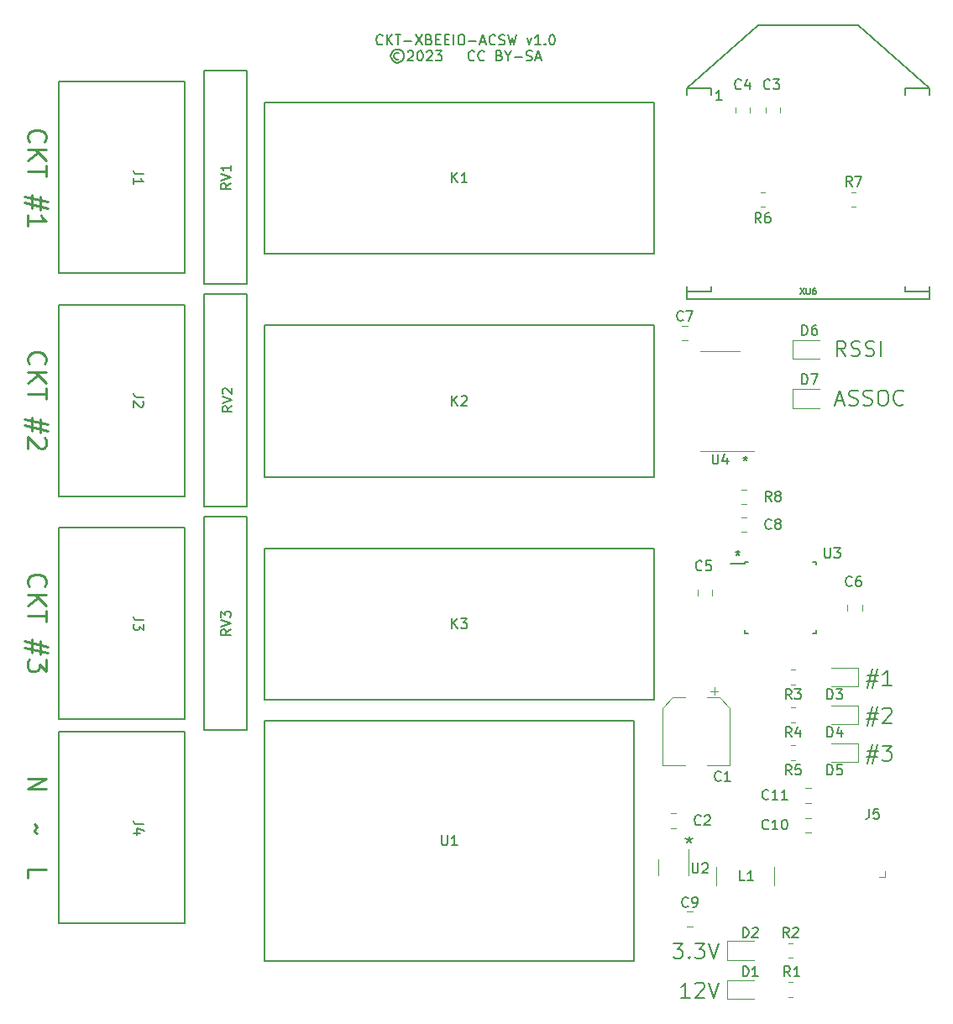
<source format=gto>
G04 #@! TF.GenerationSoftware,KiCad,Pcbnew,6.0.2+dfsg-1*
G04 #@! TF.CreationDate,2023-09-16T21:21:40-06:00*
G04 #@! TF.ProjectId,ckt-xbeeio-acsw,636b742d-7862-4656-9569-6f2d61637377,rev?*
G04 #@! TF.SameCoordinates,Original*
G04 #@! TF.FileFunction,Legend,Top*
G04 #@! TF.FilePolarity,Positive*
%FSLAX46Y46*%
G04 Gerber Fmt 4.6, Leading zero omitted, Abs format (unit mm)*
G04 Created by KiCad (PCBNEW 6.0.2+dfsg-1) date 2023-09-16 21:21:40*
%MOMM*%
%LPD*%
G01*
G04 APERTURE LIST*
%ADD10C,0.254000*%
%ADD11C,0.177800*%
%ADD12C,0.150000*%
%ADD13C,0.127000*%
%ADD14C,0.152400*%
%ADD15C,0.120000*%
%ADD16C,0.203200*%
G04 APERTURE END LIST*
D10*
X32847642Y-122564071D02*
X32756928Y-122473357D01*
X32666214Y-122201214D01*
X32666214Y-122019785D01*
X32756928Y-121747642D01*
X32938357Y-121566214D01*
X33119785Y-121475500D01*
X33482642Y-121384785D01*
X33754785Y-121384785D01*
X34117642Y-121475500D01*
X34299071Y-121566214D01*
X34480500Y-121747642D01*
X34571214Y-122019785D01*
X34571214Y-122201214D01*
X34480500Y-122473357D01*
X34389785Y-122564071D01*
X32666214Y-123380500D02*
X34571214Y-123380500D01*
X32666214Y-124469071D02*
X33754785Y-123652642D01*
X34571214Y-124469071D02*
X33482642Y-123380500D01*
X34571214Y-125013357D02*
X34571214Y-126101928D01*
X32666214Y-125557642D02*
X34571214Y-125557642D01*
X33936214Y-128097642D02*
X33936214Y-129458357D01*
X34752642Y-128641928D02*
X32303357Y-128097642D01*
X33119785Y-129276928D02*
X33119785Y-127916214D01*
X32303357Y-128732642D02*
X34752642Y-129276928D01*
X34571214Y-129911928D02*
X34571214Y-131091214D01*
X33845500Y-130456214D01*
X33845500Y-130728357D01*
X33754785Y-130909785D01*
X33664071Y-131000500D01*
X33482642Y-131091214D01*
X33029071Y-131091214D01*
X32847642Y-131000500D01*
X32756928Y-130909785D01*
X32666214Y-130728357D01*
X32666214Y-130184071D01*
X32756928Y-130002642D01*
X32847642Y-129911928D01*
D11*
X114197855Y-103886000D02*
X114923570Y-103886000D01*
X114052712Y-104321428D02*
X114560712Y-102797428D01*
X115068712Y-104321428D01*
X115504141Y-104248857D02*
X115721855Y-104321428D01*
X116084712Y-104321428D01*
X116229855Y-104248857D01*
X116302427Y-104176285D01*
X116374998Y-104031142D01*
X116374998Y-103886000D01*
X116302427Y-103740857D01*
X116229855Y-103668285D01*
X116084712Y-103595714D01*
X115794427Y-103523142D01*
X115649284Y-103450571D01*
X115576712Y-103378000D01*
X115504141Y-103232857D01*
X115504141Y-103087714D01*
X115576712Y-102942571D01*
X115649284Y-102870000D01*
X115794427Y-102797428D01*
X116157284Y-102797428D01*
X116374998Y-102870000D01*
X116955570Y-104248857D02*
X117173284Y-104321428D01*
X117536141Y-104321428D01*
X117681284Y-104248857D01*
X117753855Y-104176285D01*
X117826427Y-104031142D01*
X117826427Y-103886000D01*
X117753855Y-103740857D01*
X117681284Y-103668285D01*
X117536141Y-103595714D01*
X117245855Y-103523142D01*
X117100712Y-103450571D01*
X117028141Y-103378000D01*
X116955570Y-103232857D01*
X116955570Y-103087714D01*
X117028141Y-102942571D01*
X117100712Y-102870000D01*
X117245855Y-102797428D01*
X117608712Y-102797428D01*
X117826427Y-102870000D01*
X118769855Y-102797428D02*
X119060141Y-102797428D01*
X119205284Y-102870000D01*
X119350427Y-103015142D01*
X119422998Y-103305428D01*
X119422998Y-103813428D01*
X119350427Y-104103714D01*
X119205284Y-104248857D01*
X119060141Y-104321428D01*
X118769855Y-104321428D01*
X118624712Y-104248857D01*
X118479570Y-104103714D01*
X118406998Y-103813428D01*
X118406998Y-103305428D01*
X118479570Y-103015142D01*
X118624712Y-102870000D01*
X118769855Y-102797428D01*
X120946998Y-104176285D02*
X120874427Y-104248857D01*
X120656712Y-104321428D01*
X120511570Y-104321428D01*
X120293855Y-104248857D01*
X120148712Y-104103714D01*
X120076141Y-103958571D01*
X120003570Y-103668285D01*
X120003570Y-103450571D01*
X120076141Y-103160285D01*
X120148712Y-103015142D01*
X120293855Y-102870000D01*
X120511570Y-102797428D01*
X120656712Y-102797428D01*
X120874427Y-102870000D01*
X120946998Y-102942571D01*
X99375141Y-147755428D02*
X99375141Y-148118285D01*
X99012284Y-147973142D02*
X99375141Y-148118285D01*
X99737998Y-147973142D01*
X99157427Y-148408571D02*
X99375141Y-148118285D01*
X99592855Y-148408571D01*
D10*
X32666214Y-141913428D02*
X34571214Y-141913428D01*
X32666214Y-143002000D01*
X34571214Y-143002000D01*
X33391928Y-146539857D02*
X33482642Y-146630571D01*
X33573357Y-146812000D01*
X33391928Y-147174857D01*
X33482642Y-147356285D01*
X33573357Y-147447000D01*
X32666214Y-151982714D02*
X32666214Y-151075571D01*
X34571214Y-151075571D01*
D11*
X115141284Y-99368428D02*
X114633284Y-98642714D01*
X114270427Y-99368428D02*
X114270427Y-97844428D01*
X114850998Y-97844428D01*
X114996141Y-97917000D01*
X115068712Y-97989571D01*
X115141284Y-98134714D01*
X115141284Y-98352428D01*
X115068712Y-98497571D01*
X114996141Y-98570142D01*
X114850998Y-98642714D01*
X114270427Y-98642714D01*
X115721855Y-99295857D02*
X115939570Y-99368428D01*
X116302427Y-99368428D01*
X116447570Y-99295857D01*
X116520141Y-99223285D01*
X116592712Y-99078142D01*
X116592712Y-98933000D01*
X116520141Y-98787857D01*
X116447570Y-98715285D01*
X116302427Y-98642714D01*
X116012141Y-98570142D01*
X115866998Y-98497571D01*
X115794427Y-98425000D01*
X115721855Y-98279857D01*
X115721855Y-98134714D01*
X115794427Y-97989571D01*
X115866998Y-97917000D01*
X116012141Y-97844428D01*
X116374998Y-97844428D01*
X116592712Y-97917000D01*
X117173284Y-99295857D02*
X117390998Y-99368428D01*
X117753855Y-99368428D01*
X117898998Y-99295857D01*
X117971570Y-99223285D01*
X118044141Y-99078142D01*
X118044141Y-98933000D01*
X117971570Y-98787857D01*
X117898998Y-98715285D01*
X117753855Y-98642714D01*
X117463570Y-98570142D01*
X117318427Y-98497571D01*
X117245855Y-98425000D01*
X117173284Y-98279857D01*
X117173284Y-98134714D01*
X117245855Y-97989571D01*
X117318427Y-97917000D01*
X117463570Y-97844428D01*
X117826427Y-97844428D01*
X118044141Y-97917000D01*
X118697284Y-99368428D02*
X118697284Y-97844428D01*
D10*
X32847642Y-77733071D02*
X32756928Y-77642357D01*
X32666214Y-77370214D01*
X32666214Y-77188785D01*
X32756928Y-76916642D01*
X32938357Y-76735214D01*
X33119785Y-76644500D01*
X33482642Y-76553785D01*
X33754785Y-76553785D01*
X34117642Y-76644500D01*
X34299071Y-76735214D01*
X34480500Y-76916642D01*
X34571214Y-77188785D01*
X34571214Y-77370214D01*
X34480500Y-77642357D01*
X34389785Y-77733071D01*
X32666214Y-78549500D02*
X34571214Y-78549500D01*
X32666214Y-79638071D02*
X33754785Y-78821642D01*
X34571214Y-79638071D02*
X33482642Y-78549500D01*
X34571214Y-80182357D02*
X34571214Y-81270928D01*
X32666214Y-80726642D02*
X34571214Y-80726642D01*
X33936214Y-83266642D02*
X33936214Y-84627357D01*
X34752642Y-83810928D02*
X32303357Y-83266642D01*
X33119785Y-84445928D02*
X33119785Y-83085214D01*
X32303357Y-83901642D02*
X34752642Y-84445928D01*
X32666214Y-86260214D02*
X32666214Y-85171642D01*
X32666214Y-85715928D02*
X34571214Y-85715928D01*
X34299071Y-85534500D01*
X34117642Y-85353071D01*
X34026928Y-85171642D01*
D11*
X117385355Y-135309428D02*
X118473927Y-135309428D01*
X117820784Y-134656285D02*
X117385355Y-136615714D01*
X118328784Y-135962571D02*
X117240212Y-135962571D01*
X117893355Y-136615714D02*
X118328784Y-134656285D01*
X118909355Y-134946571D02*
X118981927Y-134874000D01*
X119127070Y-134801428D01*
X119489927Y-134801428D01*
X119635070Y-134874000D01*
X119707641Y-134946571D01*
X119780212Y-135091714D01*
X119780212Y-135236857D01*
X119707641Y-135454571D01*
X118836784Y-136325428D01*
X119780212Y-136325428D01*
D12*
X68454047Y-67878142D02*
X68406428Y-67925761D01*
X68263571Y-67973380D01*
X68168333Y-67973380D01*
X68025476Y-67925761D01*
X67930238Y-67830523D01*
X67882619Y-67735285D01*
X67835000Y-67544809D01*
X67835000Y-67401952D01*
X67882619Y-67211476D01*
X67930238Y-67116238D01*
X68025476Y-67021000D01*
X68168333Y-66973380D01*
X68263571Y-66973380D01*
X68406428Y-67021000D01*
X68454047Y-67068619D01*
X68882619Y-67973380D02*
X68882619Y-66973380D01*
X69454047Y-67973380D02*
X69025476Y-67401952D01*
X69454047Y-66973380D02*
X68882619Y-67544809D01*
X69739761Y-66973380D02*
X70311190Y-66973380D01*
X70025476Y-67973380D02*
X70025476Y-66973380D01*
X70644523Y-67592428D02*
X71406428Y-67592428D01*
X71787380Y-66973380D02*
X72454047Y-67973380D01*
X72454047Y-66973380D02*
X71787380Y-67973380D01*
X73168333Y-67449571D02*
X73311190Y-67497190D01*
X73358809Y-67544809D01*
X73406428Y-67640047D01*
X73406428Y-67782904D01*
X73358809Y-67878142D01*
X73311190Y-67925761D01*
X73215952Y-67973380D01*
X72835000Y-67973380D01*
X72835000Y-66973380D01*
X73168333Y-66973380D01*
X73263571Y-67021000D01*
X73311190Y-67068619D01*
X73358809Y-67163857D01*
X73358809Y-67259095D01*
X73311190Y-67354333D01*
X73263571Y-67401952D01*
X73168333Y-67449571D01*
X72835000Y-67449571D01*
X73835000Y-67449571D02*
X74168333Y-67449571D01*
X74311190Y-67973380D02*
X73835000Y-67973380D01*
X73835000Y-66973380D01*
X74311190Y-66973380D01*
X74739761Y-67449571D02*
X75073095Y-67449571D01*
X75215952Y-67973380D02*
X74739761Y-67973380D01*
X74739761Y-66973380D01*
X75215952Y-66973380D01*
X75644523Y-67973380D02*
X75644523Y-66973380D01*
X76311190Y-66973380D02*
X76501666Y-66973380D01*
X76596904Y-67021000D01*
X76692142Y-67116238D01*
X76739761Y-67306714D01*
X76739761Y-67640047D01*
X76692142Y-67830523D01*
X76596904Y-67925761D01*
X76501666Y-67973380D01*
X76311190Y-67973380D01*
X76215952Y-67925761D01*
X76120714Y-67830523D01*
X76073095Y-67640047D01*
X76073095Y-67306714D01*
X76120714Y-67116238D01*
X76215952Y-67021000D01*
X76311190Y-66973380D01*
X77168333Y-67592428D02*
X77930238Y-67592428D01*
X78358809Y-67687666D02*
X78835000Y-67687666D01*
X78263571Y-67973380D02*
X78596904Y-66973380D01*
X78930238Y-67973380D01*
X79835000Y-67878142D02*
X79787380Y-67925761D01*
X79644523Y-67973380D01*
X79549285Y-67973380D01*
X79406428Y-67925761D01*
X79311190Y-67830523D01*
X79263571Y-67735285D01*
X79215952Y-67544809D01*
X79215952Y-67401952D01*
X79263571Y-67211476D01*
X79311190Y-67116238D01*
X79406428Y-67021000D01*
X79549285Y-66973380D01*
X79644523Y-66973380D01*
X79787380Y-67021000D01*
X79835000Y-67068619D01*
X80215952Y-67925761D02*
X80358809Y-67973380D01*
X80596904Y-67973380D01*
X80692142Y-67925761D01*
X80739761Y-67878142D01*
X80787380Y-67782904D01*
X80787380Y-67687666D01*
X80739761Y-67592428D01*
X80692142Y-67544809D01*
X80596904Y-67497190D01*
X80406428Y-67449571D01*
X80311190Y-67401952D01*
X80263571Y-67354333D01*
X80215952Y-67259095D01*
X80215952Y-67163857D01*
X80263571Y-67068619D01*
X80311190Y-67021000D01*
X80406428Y-66973380D01*
X80644523Y-66973380D01*
X80787380Y-67021000D01*
X81120714Y-66973380D02*
X81358809Y-67973380D01*
X81549285Y-67259095D01*
X81739761Y-67973380D01*
X81977857Y-66973380D01*
X83025476Y-67306714D02*
X83263571Y-67973380D01*
X83501666Y-67306714D01*
X84406428Y-67973380D02*
X83835000Y-67973380D01*
X84120714Y-67973380D02*
X84120714Y-66973380D01*
X84025476Y-67116238D01*
X83930238Y-67211476D01*
X83835000Y-67259095D01*
X84835000Y-67878142D02*
X84882619Y-67925761D01*
X84835000Y-67973380D01*
X84787380Y-67925761D01*
X84835000Y-67878142D01*
X84835000Y-67973380D01*
X85501666Y-66973380D02*
X85596904Y-66973380D01*
X85692142Y-67021000D01*
X85739761Y-67068619D01*
X85787380Y-67163857D01*
X85835000Y-67354333D01*
X85835000Y-67592428D01*
X85787380Y-67782904D01*
X85739761Y-67878142D01*
X85692142Y-67925761D01*
X85596904Y-67973380D01*
X85501666Y-67973380D01*
X85406428Y-67925761D01*
X85358809Y-67878142D01*
X85311190Y-67782904D01*
X85263571Y-67592428D01*
X85263571Y-67354333D01*
X85311190Y-67163857D01*
X85358809Y-67068619D01*
X85406428Y-67021000D01*
X85501666Y-66973380D01*
X70144523Y-68821476D02*
X70049285Y-68773857D01*
X69858809Y-68773857D01*
X69763571Y-68821476D01*
X69668333Y-68916714D01*
X69620714Y-69011952D01*
X69620714Y-69202428D01*
X69668333Y-69297666D01*
X69763571Y-69392904D01*
X69858809Y-69440523D01*
X70049285Y-69440523D01*
X70144523Y-69392904D01*
X69954047Y-68440523D02*
X69715952Y-68488142D01*
X69477857Y-68631000D01*
X69335000Y-68869095D01*
X69287380Y-69107190D01*
X69335000Y-69345285D01*
X69477857Y-69583380D01*
X69715952Y-69726238D01*
X69954047Y-69773857D01*
X70192142Y-69726238D01*
X70430238Y-69583380D01*
X70573095Y-69345285D01*
X70620714Y-69107190D01*
X70573095Y-68869095D01*
X70430238Y-68631000D01*
X70192142Y-68488142D01*
X69954047Y-68440523D01*
X71001666Y-68678619D02*
X71049285Y-68631000D01*
X71144523Y-68583380D01*
X71382619Y-68583380D01*
X71477857Y-68631000D01*
X71525476Y-68678619D01*
X71573095Y-68773857D01*
X71573095Y-68869095D01*
X71525476Y-69011952D01*
X70954047Y-69583380D01*
X71573095Y-69583380D01*
X72192142Y-68583380D02*
X72287380Y-68583380D01*
X72382619Y-68631000D01*
X72430238Y-68678619D01*
X72477857Y-68773857D01*
X72525476Y-68964333D01*
X72525476Y-69202428D01*
X72477857Y-69392904D01*
X72430238Y-69488142D01*
X72382619Y-69535761D01*
X72287380Y-69583380D01*
X72192142Y-69583380D01*
X72096904Y-69535761D01*
X72049285Y-69488142D01*
X72001666Y-69392904D01*
X71954047Y-69202428D01*
X71954047Y-68964333D01*
X72001666Y-68773857D01*
X72049285Y-68678619D01*
X72096904Y-68631000D01*
X72192142Y-68583380D01*
X72906428Y-68678619D02*
X72954047Y-68631000D01*
X73049285Y-68583380D01*
X73287380Y-68583380D01*
X73382619Y-68631000D01*
X73430238Y-68678619D01*
X73477857Y-68773857D01*
X73477857Y-68869095D01*
X73430238Y-69011952D01*
X72858809Y-69583380D01*
X73477857Y-69583380D01*
X73811190Y-68583380D02*
X74430238Y-68583380D01*
X74096904Y-68964333D01*
X74239761Y-68964333D01*
X74335000Y-69011952D01*
X74382619Y-69059571D01*
X74430238Y-69154809D01*
X74430238Y-69392904D01*
X74382619Y-69488142D01*
X74335000Y-69535761D01*
X74239761Y-69583380D01*
X73954047Y-69583380D01*
X73858809Y-69535761D01*
X73811190Y-69488142D01*
X77715952Y-69488142D02*
X77668333Y-69535761D01*
X77525476Y-69583380D01*
X77430238Y-69583380D01*
X77287380Y-69535761D01*
X77192142Y-69440523D01*
X77144523Y-69345285D01*
X77096904Y-69154809D01*
X77096904Y-69011952D01*
X77144523Y-68821476D01*
X77192142Y-68726238D01*
X77287380Y-68631000D01*
X77430238Y-68583380D01*
X77525476Y-68583380D01*
X77668333Y-68631000D01*
X77715952Y-68678619D01*
X78715952Y-69488142D02*
X78668333Y-69535761D01*
X78525476Y-69583380D01*
X78430238Y-69583380D01*
X78287380Y-69535761D01*
X78192142Y-69440523D01*
X78144523Y-69345285D01*
X78096904Y-69154809D01*
X78096904Y-69011952D01*
X78144523Y-68821476D01*
X78192142Y-68726238D01*
X78287380Y-68631000D01*
X78430238Y-68583380D01*
X78525476Y-68583380D01*
X78668333Y-68631000D01*
X78715952Y-68678619D01*
X80239761Y-69059571D02*
X80382619Y-69107190D01*
X80430238Y-69154809D01*
X80477857Y-69250047D01*
X80477857Y-69392904D01*
X80430238Y-69488142D01*
X80382619Y-69535761D01*
X80287380Y-69583380D01*
X79906428Y-69583380D01*
X79906428Y-68583380D01*
X80239761Y-68583380D01*
X80335000Y-68631000D01*
X80382619Y-68678619D01*
X80430238Y-68773857D01*
X80430238Y-68869095D01*
X80382619Y-68964333D01*
X80335000Y-69011952D01*
X80239761Y-69059571D01*
X79906428Y-69059571D01*
X81096904Y-69107190D02*
X81096904Y-69583380D01*
X80763571Y-68583380D02*
X81096904Y-69107190D01*
X81430238Y-68583380D01*
X81763571Y-69202428D02*
X82525476Y-69202428D01*
X82954047Y-69535761D02*
X83096904Y-69583380D01*
X83335000Y-69583380D01*
X83430238Y-69535761D01*
X83477857Y-69488142D01*
X83525476Y-69392904D01*
X83525476Y-69297666D01*
X83477857Y-69202428D01*
X83430238Y-69154809D01*
X83335000Y-69107190D01*
X83144523Y-69059571D01*
X83049285Y-69011952D01*
X83001666Y-68964333D01*
X82954047Y-68869095D01*
X82954047Y-68773857D01*
X83001666Y-68678619D01*
X83049285Y-68631000D01*
X83144523Y-68583380D01*
X83382619Y-68583380D01*
X83525476Y-68631000D01*
X83906428Y-69297666D02*
X84382619Y-69297666D01*
X83811190Y-69583380D02*
X84144523Y-68583380D01*
X84477857Y-69583380D01*
X105029000Y-109434380D02*
X105029000Y-109672476D01*
X104790904Y-109577238D02*
X105029000Y-109672476D01*
X105267095Y-109577238D01*
X104886142Y-109862952D02*
X105029000Y-109672476D01*
X105171857Y-109862952D01*
D11*
X97783287Y-158550428D02*
X98726715Y-158550428D01*
X98218715Y-159131000D01*
X98436430Y-159131000D01*
X98581572Y-159203571D01*
X98654144Y-159276142D01*
X98726715Y-159421285D01*
X98726715Y-159784142D01*
X98654144Y-159929285D01*
X98581572Y-160001857D01*
X98436430Y-160074428D01*
X98001001Y-160074428D01*
X97855858Y-160001857D01*
X97783287Y-159929285D01*
X99379858Y-159929285D02*
X99452430Y-160001857D01*
X99379858Y-160074428D01*
X99307287Y-160001857D01*
X99379858Y-159929285D01*
X99379858Y-160074428D01*
X99960430Y-158550428D02*
X100903858Y-158550428D01*
X100395858Y-159131000D01*
X100613572Y-159131000D01*
X100758715Y-159203571D01*
X100831287Y-159276142D01*
X100903858Y-159421285D01*
X100903858Y-159784142D01*
X100831287Y-159929285D01*
X100758715Y-160001857D01*
X100613572Y-160074428D01*
X100178144Y-160074428D01*
X100033001Y-160001857D01*
X99960430Y-159929285D01*
X101339287Y-158550428D02*
X101847287Y-160074428D01*
X102355287Y-158550428D01*
D10*
X32847642Y-100151071D02*
X32756928Y-100060357D01*
X32666214Y-99788214D01*
X32666214Y-99606785D01*
X32756928Y-99334642D01*
X32938357Y-99153214D01*
X33119785Y-99062500D01*
X33482642Y-98971785D01*
X33754785Y-98971785D01*
X34117642Y-99062500D01*
X34299071Y-99153214D01*
X34480500Y-99334642D01*
X34571214Y-99606785D01*
X34571214Y-99788214D01*
X34480500Y-100060357D01*
X34389785Y-100151071D01*
X32666214Y-100967500D02*
X34571214Y-100967500D01*
X32666214Y-102056071D02*
X33754785Y-101239642D01*
X34571214Y-102056071D02*
X33482642Y-100967500D01*
X34571214Y-102600357D02*
X34571214Y-103688928D01*
X32666214Y-103144642D02*
X34571214Y-103144642D01*
X33936214Y-105684642D02*
X33936214Y-107045357D01*
X34752642Y-106228928D02*
X32303357Y-105684642D01*
X33119785Y-106863928D02*
X33119785Y-105503214D01*
X32303357Y-106319642D02*
X34752642Y-106863928D01*
X34389785Y-107589642D02*
X34480500Y-107680357D01*
X34571214Y-107861785D01*
X34571214Y-108315357D01*
X34480500Y-108496785D01*
X34389785Y-108587500D01*
X34208357Y-108678214D01*
X34026928Y-108678214D01*
X33754785Y-108587500D01*
X32666214Y-107498928D01*
X32666214Y-108678214D01*
D11*
X117385355Y-139119428D02*
X118473927Y-139119428D01*
X117820784Y-138466285D02*
X117385355Y-140425714D01*
X118328784Y-139772571D02*
X117240212Y-139772571D01*
X117893355Y-140425714D02*
X118328784Y-138466285D01*
X118836784Y-138611428D02*
X119780212Y-138611428D01*
X119272212Y-139192000D01*
X119489927Y-139192000D01*
X119635070Y-139264571D01*
X119707641Y-139337142D01*
X119780212Y-139482285D01*
X119780212Y-139845142D01*
X119707641Y-139990285D01*
X119635070Y-140062857D01*
X119489927Y-140135428D01*
X119054498Y-140135428D01*
X118909355Y-140062857D01*
X118836784Y-139990285D01*
X117385355Y-131499428D02*
X118473927Y-131499428D01*
X117820784Y-130846285D02*
X117385355Y-132805714D01*
X118328784Y-132152571D02*
X117240212Y-132152571D01*
X117893355Y-132805714D02*
X118328784Y-130846285D01*
X119780212Y-132515428D02*
X118909355Y-132515428D01*
X119344784Y-132515428D02*
X119344784Y-130991428D01*
X119199641Y-131209142D01*
X119054498Y-131354285D01*
X118909355Y-131426857D01*
D12*
X104267000Y-118959380D02*
X104267000Y-119197476D01*
X104028904Y-119102238D02*
X104267000Y-119197476D01*
X104505095Y-119102238D01*
X104124142Y-119387952D02*
X104267000Y-119197476D01*
X104409857Y-119387952D01*
D11*
X99452430Y-164011428D02*
X98581572Y-164011428D01*
X99017001Y-164011428D02*
X99017001Y-162487428D01*
X98871858Y-162705142D01*
X98726715Y-162850285D01*
X98581572Y-162922857D01*
X100033001Y-162632571D02*
X100105572Y-162560000D01*
X100250715Y-162487428D01*
X100613572Y-162487428D01*
X100758715Y-162560000D01*
X100831287Y-162632571D01*
X100903858Y-162777714D01*
X100903858Y-162922857D01*
X100831287Y-163140571D01*
X99960430Y-164011428D01*
X100903858Y-164011428D01*
X101339287Y-162487428D02*
X101847287Y-164011428D01*
X102355287Y-162487428D01*
D12*
X44362619Y-103486667D02*
X43648333Y-103486667D01*
X43505476Y-103439048D01*
X43410238Y-103343810D01*
X43362619Y-103200953D01*
X43362619Y-103105715D01*
X44267380Y-103915239D02*
X44315000Y-103962858D01*
X44362619Y-104058096D01*
X44362619Y-104296191D01*
X44315000Y-104391429D01*
X44267380Y-104439048D01*
X44172142Y-104486667D01*
X44076904Y-104486667D01*
X43934047Y-104439048D01*
X43362619Y-103867620D01*
X43362619Y-104486667D01*
X75461904Y-126817380D02*
X75461904Y-125817380D01*
X76033333Y-126817380D02*
X75604761Y-126245952D01*
X76033333Y-125817380D02*
X75461904Y-126388809D01*
X76366666Y-125817380D02*
X76985714Y-125817380D01*
X76652380Y-126198333D01*
X76795238Y-126198333D01*
X76890476Y-126245952D01*
X76938095Y-126293571D01*
X76985714Y-126388809D01*
X76985714Y-126626904D01*
X76938095Y-126722142D01*
X76890476Y-126769761D01*
X76795238Y-126817380D01*
X76509523Y-126817380D01*
X76414285Y-126769761D01*
X76366666Y-126722142D01*
X113030095Y-118705380D02*
X113030095Y-119514904D01*
X113077714Y-119610142D01*
X113125333Y-119657761D01*
X113220571Y-119705380D01*
X113411047Y-119705380D01*
X113506285Y-119657761D01*
X113553904Y-119610142D01*
X113601523Y-119514904D01*
X113601523Y-118705380D01*
X113982476Y-118705380D02*
X114601523Y-118705380D01*
X114268190Y-119086333D01*
X114411047Y-119086333D01*
X114506285Y-119133952D01*
X114553904Y-119181571D01*
X114601523Y-119276809D01*
X114601523Y-119514904D01*
X114553904Y-119610142D01*
X114506285Y-119657761D01*
X114411047Y-119705380D01*
X114125333Y-119705380D01*
X114030095Y-119657761D01*
X113982476Y-119610142D01*
X104798904Y-157932380D02*
X104798904Y-156932380D01*
X105037000Y-156932380D01*
X105179857Y-156980000D01*
X105275095Y-157075238D01*
X105322714Y-157170476D01*
X105370333Y-157360952D01*
X105370333Y-157503809D01*
X105322714Y-157694285D01*
X105275095Y-157789523D01*
X105179857Y-157884761D01*
X105037000Y-157932380D01*
X104798904Y-157932380D01*
X105751285Y-157027619D02*
X105798904Y-156980000D01*
X105894142Y-156932380D01*
X106132238Y-156932380D01*
X106227476Y-156980000D01*
X106275095Y-157027619D01*
X106322714Y-157122857D01*
X106322714Y-157218095D01*
X106275095Y-157360952D01*
X105703666Y-157932380D01*
X106322714Y-157932380D01*
D13*
X110566200Y-92503171D02*
X110972600Y-93112771D01*
X110972600Y-92503171D02*
X110566200Y-93112771D01*
X111204828Y-92503171D02*
X111204828Y-92996657D01*
X111233857Y-93054714D01*
X111262885Y-93083742D01*
X111320942Y-93112771D01*
X111437057Y-93112771D01*
X111495114Y-93083742D01*
X111524142Y-93054714D01*
X111553171Y-92996657D01*
X111553171Y-92503171D01*
X112104714Y-92503171D02*
X111988600Y-92503171D01*
X111930542Y-92532200D01*
X111901514Y-92561228D01*
X111843457Y-92648314D01*
X111814428Y-92764428D01*
X111814428Y-92996657D01*
X111843457Y-93054714D01*
X111872485Y-93083742D01*
X111930542Y-93112771D01*
X112046657Y-93112771D01*
X112104714Y-93083742D01*
X112133742Y-93054714D01*
X112162771Y-92996657D01*
X112162771Y-92851514D01*
X112133742Y-92793457D01*
X112104714Y-92764428D01*
X112046657Y-92735400D01*
X111930542Y-92735400D01*
X111872485Y-92764428D01*
X111843457Y-92793457D01*
X111814428Y-92851514D01*
D14*
X102677685Y-73550659D02*
X102097114Y-73550659D01*
X102387400Y-73550659D02*
X102387400Y-72534659D01*
X102290638Y-72679801D01*
X102193876Y-72776563D01*
X102097114Y-72824944D01*
D12*
X100671333Y-120880142D02*
X100623714Y-120927761D01*
X100480857Y-120975380D01*
X100385619Y-120975380D01*
X100242761Y-120927761D01*
X100147523Y-120832523D01*
X100099904Y-120737285D01*
X100052285Y-120546809D01*
X100052285Y-120403952D01*
X100099904Y-120213476D01*
X100147523Y-120118238D01*
X100242761Y-120023000D01*
X100385619Y-119975380D01*
X100480857Y-119975380D01*
X100623714Y-120023000D01*
X100671333Y-120070619D01*
X101576095Y-119975380D02*
X101099904Y-119975380D01*
X101052285Y-120451571D01*
X101099904Y-120403952D01*
X101195142Y-120356333D01*
X101433238Y-120356333D01*
X101528476Y-120403952D01*
X101576095Y-120451571D01*
X101623714Y-120546809D01*
X101623714Y-120784904D01*
X101576095Y-120880142D01*
X101528476Y-120927761D01*
X101433238Y-120975380D01*
X101195142Y-120975380D01*
X101099904Y-120927761D01*
X101052285Y-120880142D01*
X75461904Y-104338380D02*
X75461904Y-103338380D01*
X76033333Y-104338380D02*
X75604761Y-103766952D01*
X76033333Y-103338380D02*
X75461904Y-103909809D01*
X76414285Y-103433619D02*
X76461904Y-103386000D01*
X76557142Y-103338380D01*
X76795238Y-103338380D01*
X76890476Y-103386000D01*
X76938095Y-103433619D01*
X76985714Y-103528857D01*
X76985714Y-103624095D01*
X76938095Y-103766952D01*
X76366666Y-104338380D01*
X76985714Y-104338380D01*
X113307904Y-137739380D02*
X113307904Y-136739380D01*
X113546000Y-136739380D01*
X113688857Y-136787000D01*
X113784095Y-136882238D01*
X113831714Y-136977476D01*
X113879333Y-137167952D01*
X113879333Y-137310809D01*
X113831714Y-137501285D01*
X113784095Y-137596523D01*
X113688857Y-137691761D01*
X113546000Y-137739380D01*
X113307904Y-137739380D01*
X114736476Y-137072714D02*
X114736476Y-137739380D01*
X114498380Y-136691761D02*
X114260285Y-137406047D01*
X114879333Y-137406047D01*
X113307904Y-141549380D02*
X113307904Y-140549380D01*
X113546000Y-140549380D01*
X113688857Y-140597000D01*
X113784095Y-140692238D01*
X113831714Y-140787476D01*
X113879333Y-140977952D01*
X113879333Y-141120809D01*
X113831714Y-141311285D01*
X113784095Y-141406523D01*
X113688857Y-141501761D01*
X113546000Y-141549380D01*
X113307904Y-141549380D01*
X114784095Y-140549380D02*
X114307904Y-140549380D01*
X114260285Y-141025571D01*
X114307904Y-140977952D01*
X114403142Y-140930333D01*
X114641238Y-140930333D01*
X114736476Y-140977952D01*
X114784095Y-141025571D01*
X114831714Y-141120809D01*
X114831714Y-141358904D01*
X114784095Y-141454142D01*
X114736476Y-141501761D01*
X114641238Y-141549380D01*
X114403142Y-141549380D01*
X114307904Y-141501761D01*
X114260285Y-141454142D01*
X102576333Y-142089142D02*
X102528714Y-142136761D01*
X102385857Y-142184380D01*
X102290619Y-142184380D01*
X102147761Y-142136761D01*
X102052523Y-142041523D01*
X102004904Y-141946285D01*
X101957285Y-141755809D01*
X101957285Y-141612952D01*
X102004904Y-141422476D01*
X102052523Y-141327238D01*
X102147761Y-141232000D01*
X102290619Y-141184380D01*
X102385857Y-141184380D01*
X102528714Y-141232000D01*
X102576333Y-141279619D01*
X103528714Y-142184380D02*
X102957285Y-142184380D01*
X103243000Y-142184380D02*
X103243000Y-141184380D01*
X103147761Y-141327238D01*
X103052523Y-141422476D01*
X102957285Y-141470095D01*
X107368142Y-143961142D02*
X107320523Y-144008761D01*
X107177666Y-144056380D01*
X107082428Y-144056380D01*
X106939571Y-144008761D01*
X106844333Y-143913523D01*
X106796714Y-143818285D01*
X106749095Y-143627809D01*
X106749095Y-143484952D01*
X106796714Y-143294476D01*
X106844333Y-143199238D01*
X106939571Y-143104000D01*
X107082428Y-143056380D01*
X107177666Y-143056380D01*
X107320523Y-143104000D01*
X107368142Y-143151619D01*
X108320523Y-144056380D02*
X107749095Y-144056380D01*
X108034809Y-144056380D02*
X108034809Y-143056380D01*
X107939571Y-143199238D01*
X107844333Y-143294476D01*
X107749095Y-143342095D01*
X109272904Y-144056380D02*
X108701476Y-144056380D01*
X108987190Y-144056380D02*
X108987190Y-143056380D01*
X108891952Y-143199238D01*
X108796714Y-143294476D01*
X108701476Y-143342095D01*
X113307904Y-133929380D02*
X113307904Y-132929380D01*
X113546000Y-132929380D01*
X113688857Y-132977000D01*
X113784095Y-133072238D01*
X113831714Y-133167476D01*
X113879333Y-133357952D01*
X113879333Y-133500809D01*
X113831714Y-133691285D01*
X113784095Y-133786523D01*
X113688857Y-133881761D01*
X113546000Y-133929380D01*
X113307904Y-133929380D01*
X114212666Y-132929380D02*
X114831714Y-132929380D01*
X114498380Y-133310333D01*
X114641238Y-133310333D01*
X114736476Y-133357952D01*
X114784095Y-133405571D01*
X114831714Y-133500809D01*
X114831714Y-133738904D01*
X114784095Y-133834142D01*
X114736476Y-133881761D01*
X114641238Y-133929380D01*
X114355523Y-133929380D01*
X114260285Y-133881761D01*
X114212666Y-133834142D01*
X98766333Y-95705142D02*
X98718714Y-95752761D01*
X98575857Y-95800380D01*
X98480619Y-95800380D01*
X98337761Y-95752761D01*
X98242523Y-95657523D01*
X98194904Y-95562285D01*
X98147285Y-95371809D01*
X98147285Y-95228952D01*
X98194904Y-95038476D01*
X98242523Y-94943238D01*
X98337761Y-94848000D01*
X98480619Y-94800380D01*
X98575857Y-94800380D01*
X98718714Y-94848000D01*
X98766333Y-94895619D01*
X99099666Y-94800380D02*
X99766333Y-94800380D01*
X99337761Y-95800380D01*
X104608333Y-72366142D02*
X104560714Y-72413761D01*
X104417857Y-72461380D01*
X104322619Y-72461380D01*
X104179761Y-72413761D01*
X104084523Y-72318523D01*
X104036904Y-72223285D01*
X103989285Y-72032809D01*
X103989285Y-71889952D01*
X104036904Y-71699476D01*
X104084523Y-71604238D01*
X104179761Y-71509000D01*
X104322619Y-71461380D01*
X104417857Y-71461380D01*
X104560714Y-71509000D01*
X104608333Y-71556619D01*
X105465476Y-71794714D02*
X105465476Y-72461380D01*
X105227380Y-71413761D02*
X104989285Y-72128047D01*
X105608333Y-72128047D01*
X117522666Y-144994380D02*
X117522666Y-145708666D01*
X117475047Y-145851523D01*
X117379809Y-145946761D01*
X117236952Y-145994380D01*
X117141714Y-145994380D01*
X118475047Y-144994380D02*
X117998857Y-144994380D01*
X117951238Y-145470571D01*
X117998857Y-145422952D01*
X118094095Y-145375333D01*
X118332190Y-145375333D01*
X118427428Y-145422952D01*
X118475047Y-145470571D01*
X118522666Y-145565809D01*
X118522666Y-145803904D01*
X118475047Y-145899142D01*
X118427428Y-145946761D01*
X118332190Y-145994380D01*
X118094095Y-145994380D01*
X117998857Y-145946761D01*
X117951238Y-145899142D01*
X110767904Y-102179380D02*
X110767904Y-101179380D01*
X111006000Y-101179380D01*
X111148857Y-101227000D01*
X111244095Y-101322238D01*
X111291714Y-101417476D01*
X111339333Y-101607952D01*
X111339333Y-101750809D01*
X111291714Y-101941285D01*
X111244095Y-102036523D01*
X111148857Y-102131761D01*
X111006000Y-102179380D01*
X110767904Y-102179380D01*
X111672666Y-101179380D02*
X112339333Y-101179380D01*
X111910761Y-102179380D01*
X44362619Y-146539667D02*
X43648333Y-146539667D01*
X43505476Y-146492048D01*
X43410238Y-146396810D01*
X43362619Y-146253953D01*
X43362619Y-146158715D01*
X44029285Y-147444429D02*
X43362619Y-147444429D01*
X44410238Y-147206334D02*
X43695952Y-146968239D01*
X43695952Y-147587286D01*
X107656333Y-113990380D02*
X107323000Y-113514190D01*
X107084904Y-113990380D02*
X107084904Y-112990380D01*
X107465857Y-112990380D01*
X107561095Y-113038000D01*
X107608714Y-113085619D01*
X107656333Y-113180857D01*
X107656333Y-113323714D01*
X107608714Y-113418952D01*
X107561095Y-113466571D01*
X107465857Y-113514190D01*
X107084904Y-113514190D01*
X108227761Y-113418952D02*
X108132523Y-113371333D01*
X108084904Y-113323714D01*
X108037285Y-113228476D01*
X108037285Y-113180857D01*
X108084904Y-113085619D01*
X108132523Y-113038000D01*
X108227761Y-112990380D01*
X108418238Y-112990380D01*
X108513476Y-113038000D01*
X108561095Y-113085619D01*
X108608714Y-113180857D01*
X108608714Y-113228476D01*
X108561095Y-113323714D01*
X108513476Y-113371333D01*
X108418238Y-113418952D01*
X108227761Y-113418952D01*
X108132523Y-113466571D01*
X108084904Y-113514190D01*
X108037285Y-113609428D01*
X108037285Y-113799904D01*
X108084904Y-113895142D01*
X108132523Y-113942761D01*
X108227761Y-113990380D01*
X108418238Y-113990380D01*
X108513476Y-113942761D01*
X108561095Y-113895142D01*
X108608714Y-113799904D01*
X108608714Y-113609428D01*
X108561095Y-113514190D01*
X108513476Y-113466571D01*
X108418238Y-113418952D01*
X110767904Y-97226380D02*
X110767904Y-96226380D01*
X111006000Y-96226380D01*
X111148857Y-96274000D01*
X111244095Y-96369238D01*
X111291714Y-96464476D01*
X111339333Y-96654952D01*
X111339333Y-96797809D01*
X111291714Y-96988285D01*
X111244095Y-97083523D01*
X111148857Y-97178761D01*
X111006000Y-97226380D01*
X110767904Y-97226380D01*
X112196476Y-96226380D02*
X112006000Y-96226380D01*
X111910761Y-96274000D01*
X111863142Y-96321619D01*
X111767904Y-96464476D01*
X111720285Y-96654952D01*
X111720285Y-97035904D01*
X111767904Y-97131142D01*
X111815523Y-97178761D01*
X111910761Y-97226380D01*
X112101238Y-97226380D01*
X112196476Y-97178761D01*
X112244095Y-97131142D01*
X112291714Y-97035904D01*
X112291714Y-96797809D01*
X112244095Y-96702571D01*
X112196476Y-96654952D01*
X112101238Y-96607333D01*
X111910761Y-96607333D01*
X111815523Y-96654952D01*
X111767904Y-96702571D01*
X111720285Y-96797809D01*
X74425994Y-147661380D02*
X74425994Y-148470904D01*
X74473613Y-148566142D01*
X74521232Y-148613761D01*
X74616470Y-148661380D01*
X74806946Y-148661380D01*
X74902184Y-148613761D01*
X74949803Y-148566142D01*
X74997422Y-148470904D01*
X74997422Y-147661380D01*
X75997422Y-148661380D02*
X75425994Y-148661380D01*
X75711708Y-148661380D02*
X75711708Y-147661380D01*
X75616470Y-147804238D01*
X75521232Y-147899476D01*
X75425994Y-147947095D01*
X109561333Y-161869380D02*
X109228000Y-161393190D01*
X108989904Y-161869380D02*
X108989904Y-160869380D01*
X109370857Y-160869380D01*
X109466095Y-160917000D01*
X109513714Y-160964619D01*
X109561333Y-161059857D01*
X109561333Y-161202714D01*
X109513714Y-161297952D01*
X109466095Y-161345571D01*
X109370857Y-161393190D01*
X108989904Y-161393190D01*
X110513714Y-161869380D02*
X109942285Y-161869380D01*
X110228000Y-161869380D02*
X110228000Y-160869380D01*
X110132761Y-161012238D01*
X110037523Y-161107476D01*
X109942285Y-161155095D01*
X107368142Y-146976142D02*
X107320523Y-147023761D01*
X107177666Y-147071380D01*
X107082428Y-147071380D01*
X106939571Y-147023761D01*
X106844333Y-146928523D01*
X106796714Y-146833285D01*
X106749095Y-146642809D01*
X106749095Y-146499952D01*
X106796714Y-146309476D01*
X106844333Y-146214238D01*
X106939571Y-146119000D01*
X107082428Y-146071380D01*
X107177666Y-146071380D01*
X107320523Y-146119000D01*
X107368142Y-146166619D01*
X108320523Y-147071380D02*
X107749095Y-147071380D01*
X108034809Y-147071380D02*
X108034809Y-146071380D01*
X107939571Y-146214238D01*
X107844333Y-146309476D01*
X107749095Y-146357095D01*
X108939571Y-146071380D02*
X109034809Y-146071380D01*
X109130047Y-146119000D01*
X109177666Y-146166619D01*
X109225285Y-146261857D01*
X109272904Y-146452333D01*
X109272904Y-146690428D01*
X109225285Y-146880904D01*
X109177666Y-146976142D01*
X109130047Y-147023761D01*
X109034809Y-147071380D01*
X108939571Y-147071380D01*
X108844333Y-147023761D01*
X108796714Y-146976142D01*
X108749095Y-146880904D01*
X108701476Y-146690428D01*
X108701476Y-146452333D01*
X108749095Y-146261857D01*
X108796714Y-146166619D01*
X108844333Y-146119000D01*
X108939571Y-146071380D01*
X53157380Y-81922238D02*
X52681190Y-82255571D01*
X53157380Y-82493666D02*
X52157380Y-82493666D01*
X52157380Y-82112714D01*
X52205000Y-82017476D01*
X52252619Y-81969857D01*
X52347857Y-81922238D01*
X52490714Y-81922238D01*
X52585952Y-81969857D01*
X52633571Y-82017476D01*
X52681190Y-82112714D01*
X52681190Y-82493666D01*
X52157380Y-81636523D02*
X53157380Y-81303190D01*
X52157380Y-80969857D01*
X53157380Y-80112714D02*
X53157380Y-80684142D01*
X53157380Y-80398428D02*
X52157380Y-80398428D01*
X52300238Y-80493666D01*
X52395476Y-80588904D01*
X52443095Y-80684142D01*
X106616833Y-85913760D02*
X106283500Y-85437570D01*
X106045404Y-85913760D02*
X106045404Y-84913760D01*
X106426357Y-84913760D01*
X106521595Y-84961380D01*
X106569214Y-85008999D01*
X106616833Y-85104237D01*
X106616833Y-85247094D01*
X106569214Y-85342332D01*
X106521595Y-85389951D01*
X106426357Y-85437570D01*
X106045404Y-85437570D01*
X107473976Y-84913760D02*
X107283500Y-84913760D01*
X107188261Y-84961380D01*
X107140642Y-85008999D01*
X107045404Y-85151856D01*
X106997785Y-85342332D01*
X106997785Y-85723284D01*
X107045404Y-85818522D01*
X107093023Y-85866141D01*
X107188261Y-85913760D01*
X107378738Y-85913760D01*
X107473976Y-85866141D01*
X107521595Y-85818522D01*
X107569214Y-85723284D01*
X107569214Y-85485189D01*
X107521595Y-85389951D01*
X107473976Y-85342332D01*
X107378738Y-85294713D01*
X107188261Y-85294713D01*
X107093023Y-85342332D01*
X107045404Y-85389951D01*
X106997785Y-85485189D01*
X101727095Y-109238380D02*
X101727095Y-110047904D01*
X101774714Y-110143142D01*
X101822333Y-110190761D01*
X101917571Y-110238380D01*
X102108047Y-110238380D01*
X102203285Y-110190761D01*
X102250904Y-110143142D01*
X102298523Y-110047904D01*
X102298523Y-109238380D01*
X103203285Y-109571714D02*
X103203285Y-110238380D01*
X102965190Y-109190761D02*
X102727095Y-109905047D01*
X103346142Y-109905047D01*
X115784333Y-122465142D02*
X115736714Y-122512761D01*
X115593857Y-122560380D01*
X115498619Y-122560380D01*
X115355761Y-122512761D01*
X115260523Y-122417523D01*
X115212904Y-122322285D01*
X115165285Y-122131809D01*
X115165285Y-121988952D01*
X115212904Y-121798476D01*
X115260523Y-121703238D01*
X115355761Y-121608000D01*
X115498619Y-121560380D01*
X115593857Y-121560380D01*
X115736714Y-121608000D01*
X115784333Y-121655619D01*
X116641476Y-121560380D02*
X116451000Y-121560380D01*
X116355761Y-121608000D01*
X116308142Y-121655619D01*
X116212904Y-121798476D01*
X116165285Y-121988952D01*
X116165285Y-122369904D01*
X116212904Y-122465142D01*
X116260523Y-122512761D01*
X116355761Y-122560380D01*
X116546238Y-122560380D01*
X116641476Y-122512761D01*
X116689095Y-122465142D01*
X116736714Y-122369904D01*
X116736714Y-122131809D01*
X116689095Y-122036571D01*
X116641476Y-121988952D01*
X116546238Y-121941333D01*
X116355761Y-121941333D01*
X116260523Y-121988952D01*
X116212904Y-122036571D01*
X116165285Y-122131809D01*
X115784333Y-82230760D02*
X115451000Y-81754570D01*
X115212904Y-82230760D02*
X115212904Y-81230760D01*
X115593857Y-81230760D01*
X115689095Y-81278380D01*
X115736714Y-81325999D01*
X115784333Y-81421237D01*
X115784333Y-81564094D01*
X115736714Y-81659332D01*
X115689095Y-81706951D01*
X115593857Y-81754570D01*
X115212904Y-81754570D01*
X116117666Y-81230760D02*
X116784333Y-81230760D01*
X116355761Y-82230760D01*
X75461904Y-81859380D02*
X75461904Y-80859380D01*
X76033333Y-81859380D02*
X75604761Y-81287952D01*
X76033333Y-80859380D02*
X75461904Y-81430809D01*
X76985714Y-81859380D02*
X76414285Y-81859380D01*
X76700000Y-81859380D02*
X76700000Y-80859380D01*
X76604761Y-81002238D01*
X76509523Y-81097476D01*
X76414285Y-81145095D01*
X44362619Y-125965667D02*
X43648333Y-125965667D01*
X43505476Y-125918048D01*
X43410238Y-125822810D01*
X43362619Y-125679953D01*
X43362619Y-125584715D01*
X44362619Y-126346620D02*
X44362619Y-126965667D01*
X43981666Y-126632334D01*
X43981666Y-126775191D01*
X43934047Y-126870429D01*
X43886428Y-126918048D01*
X43791190Y-126965667D01*
X43553095Y-126965667D01*
X43457857Y-126918048D01*
X43410238Y-126870429D01*
X43362619Y-126775191D01*
X43362619Y-126489477D01*
X43410238Y-126394239D01*
X43457857Y-126346620D01*
X44362619Y-81007667D02*
X43648333Y-81007667D01*
X43505476Y-80960048D01*
X43410238Y-80864810D01*
X43362619Y-80721953D01*
X43362619Y-80626715D01*
X43362619Y-82007667D02*
X43362619Y-81436239D01*
X43362619Y-81721953D02*
X44362619Y-81721953D01*
X44219761Y-81626715D01*
X44124523Y-81531477D01*
X44076904Y-81436239D01*
X53284380Y-104401238D02*
X52808190Y-104734571D01*
X53284380Y-104972666D02*
X52284380Y-104972666D01*
X52284380Y-104591714D01*
X52332000Y-104496476D01*
X52379619Y-104448857D01*
X52474857Y-104401238D01*
X52617714Y-104401238D01*
X52712952Y-104448857D01*
X52760571Y-104496476D01*
X52808190Y-104591714D01*
X52808190Y-104972666D01*
X52284380Y-104115523D02*
X53284380Y-103782190D01*
X52284380Y-103448857D01*
X52379619Y-103163142D02*
X52332000Y-103115523D01*
X52284380Y-103020285D01*
X52284380Y-102782190D01*
X52332000Y-102686952D01*
X52379619Y-102639333D01*
X52474857Y-102591714D01*
X52570095Y-102591714D01*
X52712952Y-102639333D01*
X53284380Y-103210761D01*
X53284380Y-102591714D01*
X99695095Y-150455380D02*
X99695095Y-151264904D01*
X99742714Y-151360142D01*
X99790333Y-151407761D01*
X99885571Y-151455380D01*
X100076047Y-151455380D01*
X100171285Y-151407761D01*
X100218904Y-151360142D01*
X100266523Y-151264904D01*
X100266523Y-150455380D01*
X100695095Y-150550619D02*
X100742714Y-150503000D01*
X100837952Y-150455380D01*
X101076047Y-150455380D01*
X101171285Y-150503000D01*
X101218904Y-150550619D01*
X101266523Y-150645857D01*
X101266523Y-150741095D01*
X101218904Y-150883952D01*
X100647476Y-151455380D01*
X101266523Y-151455380D01*
X104989333Y-152217380D02*
X104513142Y-152217380D01*
X104513142Y-151217380D01*
X105846476Y-152217380D02*
X105275047Y-152217380D01*
X105560761Y-152217380D02*
X105560761Y-151217380D01*
X105465523Y-151360238D01*
X105370285Y-151455476D01*
X105275047Y-151503095D01*
X109688333Y-133929380D02*
X109355000Y-133453190D01*
X109116904Y-133929380D02*
X109116904Y-132929380D01*
X109497857Y-132929380D01*
X109593095Y-132977000D01*
X109640714Y-133024619D01*
X109688333Y-133119857D01*
X109688333Y-133262714D01*
X109640714Y-133357952D01*
X109593095Y-133405571D01*
X109497857Y-133453190D01*
X109116904Y-133453190D01*
X110021666Y-132929380D02*
X110640714Y-132929380D01*
X110307380Y-133310333D01*
X110450238Y-133310333D01*
X110545476Y-133357952D01*
X110593095Y-133405571D01*
X110640714Y-133500809D01*
X110640714Y-133738904D01*
X110593095Y-133834142D01*
X110545476Y-133881761D01*
X110450238Y-133929380D01*
X110164523Y-133929380D01*
X110069285Y-133881761D01*
X110021666Y-133834142D01*
X100544333Y-146534142D02*
X100496714Y-146581761D01*
X100353857Y-146629380D01*
X100258619Y-146629380D01*
X100115761Y-146581761D01*
X100020523Y-146486523D01*
X99972904Y-146391285D01*
X99925285Y-146200809D01*
X99925285Y-146057952D01*
X99972904Y-145867476D01*
X100020523Y-145772238D01*
X100115761Y-145677000D01*
X100258619Y-145629380D01*
X100353857Y-145629380D01*
X100496714Y-145677000D01*
X100544333Y-145724619D01*
X100925285Y-145724619D02*
X100972904Y-145677000D01*
X101068142Y-145629380D01*
X101306238Y-145629380D01*
X101401476Y-145677000D01*
X101449095Y-145724619D01*
X101496714Y-145819857D01*
X101496714Y-145915095D01*
X101449095Y-146057952D01*
X100877666Y-146629380D01*
X101496714Y-146629380D01*
X109434333Y-157932380D02*
X109101000Y-157456190D01*
X108862904Y-157932380D02*
X108862904Y-156932380D01*
X109243857Y-156932380D01*
X109339095Y-156980000D01*
X109386714Y-157027619D01*
X109434333Y-157122857D01*
X109434333Y-157265714D01*
X109386714Y-157360952D01*
X109339095Y-157408571D01*
X109243857Y-157456190D01*
X108862904Y-157456190D01*
X109815285Y-157027619D02*
X109862904Y-156980000D01*
X109958142Y-156932380D01*
X110196238Y-156932380D01*
X110291476Y-156980000D01*
X110339095Y-157027619D01*
X110386714Y-157122857D01*
X110386714Y-157218095D01*
X110339095Y-157360952D01*
X109767666Y-157932380D01*
X110386714Y-157932380D01*
X109688333Y-137739380D02*
X109355000Y-137263190D01*
X109116904Y-137739380D02*
X109116904Y-136739380D01*
X109497857Y-136739380D01*
X109593095Y-136787000D01*
X109640714Y-136834619D01*
X109688333Y-136929857D01*
X109688333Y-137072714D01*
X109640714Y-137167952D01*
X109593095Y-137215571D01*
X109497857Y-137263190D01*
X109116904Y-137263190D01*
X110545476Y-137072714D02*
X110545476Y-137739380D01*
X110307380Y-136691761D02*
X110069285Y-137406047D01*
X110688333Y-137406047D01*
X107529333Y-72366142D02*
X107481714Y-72413761D01*
X107338857Y-72461380D01*
X107243619Y-72461380D01*
X107100761Y-72413761D01*
X107005523Y-72318523D01*
X106957904Y-72223285D01*
X106910285Y-72032809D01*
X106910285Y-71889952D01*
X106957904Y-71699476D01*
X107005523Y-71604238D01*
X107100761Y-71509000D01*
X107243619Y-71461380D01*
X107338857Y-71461380D01*
X107481714Y-71509000D01*
X107529333Y-71556619D01*
X107862666Y-71461380D02*
X108481714Y-71461380D01*
X108148380Y-71842333D01*
X108291238Y-71842333D01*
X108386476Y-71889952D01*
X108434095Y-71937571D01*
X108481714Y-72032809D01*
X108481714Y-72270904D01*
X108434095Y-72366142D01*
X108386476Y-72413761D01*
X108291238Y-72461380D01*
X108005523Y-72461380D01*
X107910285Y-72413761D01*
X107862666Y-72366142D01*
X109688333Y-141549380D02*
X109355000Y-141073190D01*
X109116904Y-141549380D02*
X109116904Y-140549380D01*
X109497857Y-140549380D01*
X109593095Y-140597000D01*
X109640714Y-140644619D01*
X109688333Y-140739857D01*
X109688333Y-140882714D01*
X109640714Y-140977952D01*
X109593095Y-141025571D01*
X109497857Y-141073190D01*
X109116904Y-141073190D01*
X110593095Y-140549380D02*
X110116904Y-140549380D01*
X110069285Y-141025571D01*
X110116904Y-140977952D01*
X110212142Y-140930333D01*
X110450238Y-140930333D01*
X110545476Y-140977952D01*
X110593095Y-141025571D01*
X110640714Y-141120809D01*
X110640714Y-141358904D01*
X110593095Y-141454142D01*
X110545476Y-141501761D01*
X110450238Y-141549380D01*
X110212142Y-141549380D01*
X110116904Y-141501761D01*
X110069285Y-141454142D01*
X107656333Y-116689142D02*
X107608714Y-116736761D01*
X107465857Y-116784380D01*
X107370619Y-116784380D01*
X107227761Y-116736761D01*
X107132523Y-116641523D01*
X107084904Y-116546285D01*
X107037285Y-116355809D01*
X107037285Y-116212952D01*
X107084904Y-116022476D01*
X107132523Y-115927238D01*
X107227761Y-115832000D01*
X107370619Y-115784380D01*
X107465857Y-115784380D01*
X107608714Y-115832000D01*
X107656333Y-115879619D01*
X108227761Y-116212952D02*
X108132523Y-116165333D01*
X108084904Y-116117714D01*
X108037285Y-116022476D01*
X108037285Y-115974857D01*
X108084904Y-115879619D01*
X108132523Y-115832000D01*
X108227761Y-115784380D01*
X108418238Y-115784380D01*
X108513476Y-115832000D01*
X108561095Y-115879619D01*
X108608714Y-115974857D01*
X108608714Y-116022476D01*
X108561095Y-116117714D01*
X108513476Y-116165333D01*
X108418238Y-116212952D01*
X108227761Y-116212952D01*
X108132523Y-116260571D01*
X108084904Y-116308190D01*
X108037285Y-116403428D01*
X108037285Y-116593904D01*
X108084904Y-116689142D01*
X108132523Y-116736761D01*
X108227761Y-116784380D01*
X108418238Y-116784380D01*
X108513476Y-116736761D01*
X108561095Y-116689142D01*
X108608714Y-116593904D01*
X108608714Y-116403428D01*
X108561095Y-116308190D01*
X108513476Y-116260571D01*
X108418238Y-116212952D01*
X99274333Y-154789142D02*
X99226714Y-154836761D01*
X99083857Y-154884380D01*
X98988619Y-154884380D01*
X98845761Y-154836761D01*
X98750523Y-154741523D01*
X98702904Y-154646285D01*
X98655285Y-154455809D01*
X98655285Y-154312952D01*
X98702904Y-154122476D01*
X98750523Y-154027238D01*
X98845761Y-153932000D01*
X98988619Y-153884380D01*
X99083857Y-153884380D01*
X99226714Y-153932000D01*
X99274333Y-153979619D01*
X99750523Y-154884380D02*
X99941000Y-154884380D01*
X100036238Y-154836761D01*
X100083857Y-154789142D01*
X100179095Y-154646285D01*
X100226714Y-154455809D01*
X100226714Y-154074857D01*
X100179095Y-153979619D01*
X100131476Y-153932000D01*
X100036238Y-153884380D01*
X99845761Y-153884380D01*
X99750523Y-153932000D01*
X99702904Y-153979619D01*
X99655285Y-154074857D01*
X99655285Y-154312952D01*
X99702904Y-154408190D01*
X99750523Y-154455809D01*
X99845761Y-154503428D01*
X100036238Y-154503428D01*
X100131476Y-154455809D01*
X100179095Y-154408190D01*
X100226714Y-154312952D01*
X104798904Y-161869380D02*
X104798904Y-160869380D01*
X105037000Y-160869380D01*
X105179857Y-160917000D01*
X105275095Y-161012238D01*
X105322714Y-161107476D01*
X105370333Y-161297952D01*
X105370333Y-161440809D01*
X105322714Y-161631285D01*
X105275095Y-161726523D01*
X105179857Y-161821761D01*
X105037000Y-161869380D01*
X104798904Y-161869380D01*
X106322714Y-161869380D02*
X105751285Y-161869380D01*
X106037000Y-161869380D02*
X106037000Y-160869380D01*
X105941761Y-161012238D01*
X105846523Y-161107476D01*
X105751285Y-161155095D01*
X53157380Y-126880238D02*
X52681190Y-127213571D01*
X53157380Y-127451666D02*
X52157380Y-127451666D01*
X52157380Y-127070714D01*
X52205000Y-126975476D01*
X52252619Y-126927857D01*
X52347857Y-126880238D01*
X52490714Y-126880238D01*
X52585952Y-126927857D01*
X52633571Y-126975476D01*
X52681190Y-127070714D01*
X52681190Y-127451666D01*
X52157380Y-126594523D02*
X53157380Y-126261190D01*
X52157380Y-125927857D01*
X52157380Y-125689761D02*
X52157380Y-125070714D01*
X52538333Y-125404047D01*
X52538333Y-125261190D01*
X52585952Y-125165952D01*
X52633571Y-125118333D01*
X52728809Y-125070714D01*
X52966904Y-125070714D01*
X53062142Y-125118333D01*
X53109761Y-125165952D01*
X53157380Y-125261190D01*
X53157380Y-125546904D01*
X53109761Y-125642142D01*
X53062142Y-125689761D01*
D14*
X35788001Y-113467002D02*
X48542001Y-113467002D01*
X35788001Y-94172999D02*
X35788001Y-113467002D01*
X48542001Y-113467002D02*
X48542001Y-94172999D01*
X48542001Y-94172999D02*
X35788001Y-94172999D01*
X56578500Y-133997700D02*
X95821500Y-133997700D01*
X56578500Y-118732300D02*
X56578500Y-133997700D01*
X95821500Y-133997700D02*
X95821500Y-118732300D01*
X95821500Y-118732300D02*
X56578500Y-118732300D01*
D12*
X104960000Y-120298000D02*
X103535000Y-120298000D01*
X104960000Y-127323000D02*
X104960000Y-126998000D01*
X104960000Y-120073000D02*
X105285000Y-120073000D01*
X104960000Y-127323000D02*
X105285000Y-127323000D01*
X112210000Y-127323000D02*
X112210000Y-126998000D01*
X112210000Y-127323000D02*
X111885000Y-127323000D01*
X112210000Y-120073000D02*
X111885000Y-120073000D01*
X104960000Y-120073000D02*
X104960000Y-120298000D01*
X112210000Y-120073000D02*
X112210000Y-120398000D01*
D15*
X103217000Y-158298000D02*
X103217000Y-160218000D01*
X103217000Y-160218000D02*
X105902000Y-160218000D01*
X105902000Y-158298000D02*
X103217000Y-158298000D01*
D16*
X123626880Y-92849700D02*
X123626880Y-93599000D01*
X101630480Y-72999600D02*
X101630480Y-72349360D01*
X101630480Y-92849700D02*
X101630480Y-92301060D01*
X123626880Y-72999600D02*
X123626880Y-72349360D01*
X101630480Y-72349360D02*
X99131120Y-72349360D01*
X106380280Y-65999360D02*
X116377720Y-65999360D01*
X99131120Y-93599000D02*
X123626880Y-93599000D01*
X99131120Y-72349360D02*
X106380280Y-65999360D01*
X99131120Y-92849700D02*
X99131120Y-93599000D01*
X123626880Y-72349360D02*
X121127520Y-72349360D01*
X121127520Y-92849700D02*
X121127520Y-92301060D01*
X123626880Y-92849700D02*
X123626880Y-92301060D01*
X99131120Y-72349360D02*
X99131120Y-72999600D01*
X123626880Y-72349360D02*
X116377720Y-65999360D01*
X99131120Y-92849700D02*
X101630480Y-92849700D01*
X121127520Y-72349360D02*
X121127520Y-72999600D01*
X121127520Y-92849700D02*
X123626880Y-92849700D01*
X99131120Y-92301060D02*
X99131120Y-92849700D01*
D15*
X100230000Y-123451252D02*
X100230000Y-122928748D01*
X101700000Y-123451252D02*
X101700000Y-122928748D01*
D14*
X56578500Y-96253300D02*
X56578500Y-111518700D01*
X95821500Y-111518700D02*
X95821500Y-96253300D01*
X95821500Y-96253300D02*
X56578500Y-96253300D01*
X56578500Y-111518700D02*
X95821500Y-111518700D01*
D15*
X116378500Y-136469000D02*
X116378500Y-134549000D01*
X113693500Y-136469000D02*
X116378500Y-136469000D01*
X116378500Y-134549000D02*
X113693500Y-134549000D01*
X116378500Y-138359000D02*
X113693500Y-138359000D01*
X116378500Y-140279000D02*
X116378500Y-138359000D01*
X113693500Y-140279000D02*
X116378500Y-140279000D01*
X97730437Y-133750000D02*
X99016000Y-133750000D01*
X103486000Y-140570000D02*
X101136000Y-140570000D01*
X101923500Y-132722500D02*
X101923500Y-133510000D01*
X102421563Y-133750000D02*
X103486000Y-134814437D01*
X97730437Y-133750000D02*
X96666000Y-134814437D01*
X102317250Y-133116250D02*
X101529750Y-133116250D01*
X103486000Y-134814437D02*
X103486000Y-140570000D01*
X96666000Y-140570000D02*
X99016000Y-140570000D01*
X102421563Y-133750000D02*
X101136000Y-133750000D01*
X96666000Y-134814437D02*
X96666000Y-140570000D01*
X111117748Y-142902000D02*
X111640252Y-142902000D01*
X111117748Y-144372000D02*
X111640252Y-144372000D01*
X113693500Y-132659000D02*
X116378500Y-132659000D01*
X116378500Y-132659000D02*
X116378500Y-130739000D01*
X116378500Y-130739000D02*
X113693500Y-130739000D01*
X98671748Y-97763000D02*
X99194252Y-97763000D01*
X98671748Y-96293000D02*
X99194252Y-96293000D01*
X104040000Y-74287748D02*
X104040000Y-74810252D01*
X105510000Y-74287748D02*
X105510000Y-74810252D01*
X119126000Y-151257000D02*
X119126000Y-151892000D01*
X119126000Y-151892000D02*
X118491000Y-151892000D01*
X112506000Y-102672000D02*
X109821000Y-102672000D01*
X109821000Y-104592000D02*
X112506000Y-104592000D01*
X109821000Y-102672000D02*
X109821000Y-104592000D01*
D14*
X48542001Y-137225999D02*
X35788001Y-137225999D01*
X48542001Y-156520002D02*
X48542001Y-137225999D01*
X35788001Y-156520002D02*
X48542001Y-156520002D01*
X35788001Y-137225999D02*
X35788001Y-156520002D01*
D15*
X105129064Y-114273000D02*
X104674936Y-114273000D01*
X105129064Y-112803000D02*
X104674936Y-112803000D01*
X109821000Y-99639000D02*
X112506000Y-99639000D01*
X112506000Y-97719000D02*
X109821000Y-97719000D01*
X109821000Y-97719000D02*
X109821000Y-99639000D01*
D14*
X93818799Y-136080500D02*
X56556999Y-136080500D01*
X93818799Y-160337500D02*
X93818799Y-136080500D01*
X56556999Y-136080500D02*
X56556999Y-160337500D01*
X56556999Y-160337500D02*
X93818799Y-160337500D01*
D15*
X109373936Y-162460000D02*
X109828064Y-162460000D01*
X109373936Y-163930000D02*
X109828064Y-163930000D01*
X111117748Y-147387000D02*
X111640252Y-147387000D01*
X111117748Y-145917000D02*
X111640252Y-145917000D01*
D12*
X54740000Y-70577000D02*
X50440000Y-70577000D01*
X54740000Y-92077000D02*
X50440000Y-92077000D01*
X50440000Y-70577000D02*
X50440000Y-92077000D01*
X54740000Y-70577000D02*
X54740000Y-92077000D01*
D15*
X107034064Y-84291380D02*
X106579936Y-84291380D01*
X107034064Y-82821380D02*
X106579936Y-82821380D01*
X102489000Y-98826000D02*
X104439000Y-98826000D01*
X102489000Y-108946000D02*
X100539000Y-108946000D01*
X102489000Y-108946000D02*
X105939000Y-108946000D01*
X102489000Y-98826000D02*
X100539000Y-98826000D01*
X116813000Y-124975252D02*
X116813000Y-124452748D01*
X115343000Y-124975252D02*
X115343000Y-124452748D01*
X115723936Y-84291380D02*
X116178064Y-84291380D01*
X115723936Y-82821380D02*
X116178064Y-82821380D01*
D14*
X95821500Y-73774300D02*
X56578500Y-73774300D01*
X56578500Y-73774300D02*
X56578500Y-89039700D01*
X95821500Y-89039700D02*
X95821500Y-73774300D01*
X56578500Y-89039700D02*
X95821500Y-89039700D01*
X48542001Y-135946002D02*
X48542001Y-116651999D01*
X35788001Y-135946002D02*
X48542001Y-135946002D01*
X48542001Y-116651999D02*
X35788001Y-116651999D01*
X35788001Y-116651999D02*
X35788001Y-135946002D01*
X35788001Y-90988002D02*
X48542001Y-90988002D01*
X48542001Y-71693999D02*
X35788001Y-71693999D01*
X35788001Y-71693999D02*
X35788001Y-90988002D01*
X48542001Y-90988002D02*
X48542001Y-71693999D01*
D12*
X54740000Y-93056000D02*
X50440000Y-93056000D01*
X50440000Y-93056000D02*
X50440000Y-114556000D01*
X54740000Y-114556000D02*
X50440000Y-114556000D01*
X54740000Y-93056000D02*
X54740000Y-114556000D01*
D15*
X99350000Y-150876000D02*
X99350000Y-151676000D01*
X96230000Y-150876000D02*
X96230000Y-151676000D01*
X96230000Y-150876000D02*
X96230000Y-150076000D01*
X99350000Y-150876000D02*
X99350000Y-149076000D01*
X102095300Y-150816187D02*
X102095300Y-152713813D01*
X107962700Y-152713813D02*
X107962700Y-150816187D01*
X110094564Y-130964000D02*
X109640436Y-130964000D01*
X110094564Y-132434000D02*
X109640436Y-132434000D01*
X97528748Y-146912000D02*
X98051252Y-146912000D01*
X97528748Y-145442000D02*
X98051252Y-145442000D01*
X109373936Y-158523000D02*
X109828064Y-158523000D01*
X109373936Y-159993000D02*
X109828064Y-159993000D01*
X110094564Y-136244000D02*
X109640436Y-136244000D01*
X110094564Y-134774000D02*
X109640436Y-134774000D01*
X107088000Y-74287748D02*
X107088000Y-74810252D01*
X108558000Y-74287748D02*
X108558000Y-74810252D01*
X110094564Y-138584000D02*
X109640436Y-138584000D01*
X110094564Y-140054000D02*
X109640436Y-140054000D01*
X105163252Y-117067000D02*
X104640748Y-117067000D01*
X105163252Y-115597000D02*
X104640748Y-115597000D01*
X99179748Y-155348000D02*
X99702252Y-155348000D01*
X99179748Y-156818000D02*
X99702252Y-156818000D01*
X103217000Y-162235000D02*
X103217000Y-164155000D01*
X105902000Y-162235000D02*
X103217000Y-162235000D01*
X103217000Y-164155000D02*
X105902000Y-164155000D01*
D12*
X54740000Y-137035000D02*
X50440000Y-137035000D01*
X54740000Y-115535000D02*
X50440000Y-115535000D01*
X50440000Y-115535000D02*
X50440000Y-137035000D01*
X54740000Y-115535000D02*
X54740000Y-137035000D01*
M02*

</source>
